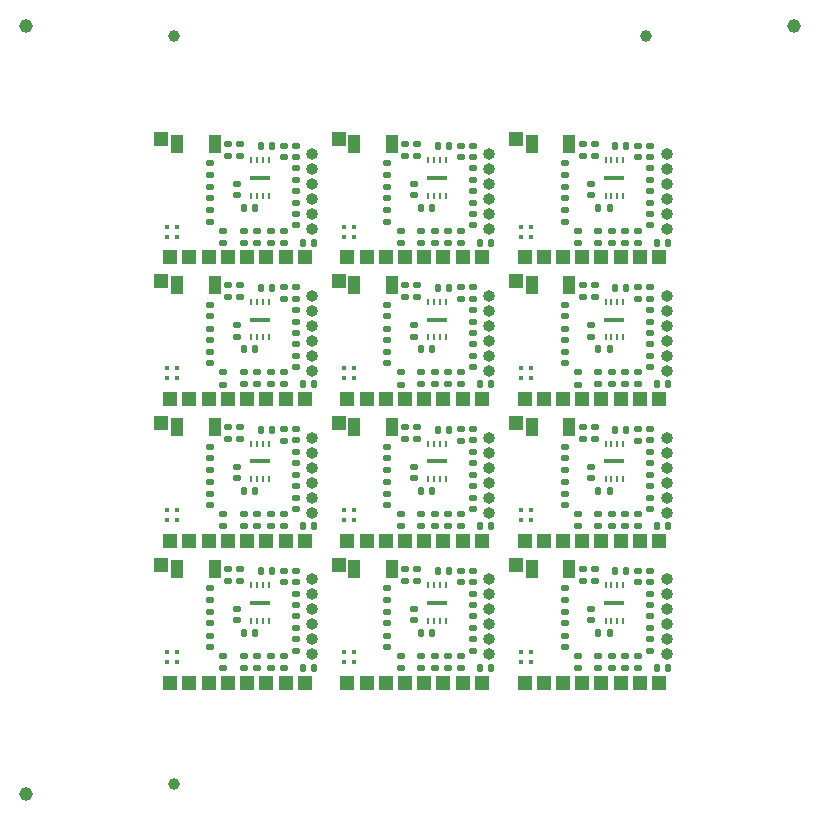
<source format=gbs>
G04 #@! TF.GenerationSoftware,KiCad,Pcbnew,7.0.2-6a45011f42~172~ubuntu22.04.1*
G04 #@! TF.CreationDate,2023-05-28T07:21:03+08:00*
G04 #@! TF.ProjectId,panel_4_3,70616e65-6c5f-4345-9f33-2e6b69636164,rev?*
G04 #@! TF.SameCoordinates,Original*
G04 #@! TF.FileFunction,Soldermask,Bot*
G04 #@! TF.FilePolarity,Negative*
%FSLAX46Y46*%
G04 Gerber Fmt 4.6, Leading zero omitted, Abs format (unit mm)*
G04 Created by KiCad (PCBNEW 7.0.2-6a45011f42~172~ubuntu22.04.1) date 2023-05-28 07:21:03*
%MOMM*%
%LPD*%
G01*
G04 APERTURE LIST*
G04 Aperture macros list*
%AMRoundRect*
0 Rectangle with rounded corners*
0 $1 Rounding radius*
0 $2 $3 $4 $5 $6 $7 $8 $9 X,Y pos of 4 corners*
0 Add a 4 corners polygon primitive as box body*
4,1,4,$2,$3,$4,$5,$6,$7,$8,$9,$2,$3,0*
0 Add four circle primitives for the rounded corners*
1,1,$1+$1,$2,$3*
1,1,$1+$1,$4,$5*
1,1,$1+$1,$6,$7*
1,1,$1+$1,$8,$9*
0 Add four rect primitives between the rounded corners*
20,1,$1+$1,$2,$3,$4,$5,0*
20,1,$1+$1,$4,$5,$6,$7,0*
20,1,$1+$1,$6,$7,$8,$9,0*
20,1,$1+$1,$8,$9,$2,$3,0*%
G04 Aperture macros list end*
%ADD10R,1.200000X1.200000*%
%ADD11O,1.000000X1.000000*%
%ADD12C,1.152000*%
%ADD13RoundRect,0.140000X0.170000X-0.140000X0.170000X0.140000X-0.170000X0.140000X-0.170000X-0.140000X0*%
%ADD14R,0.450000X0.450000*%
%ADD15RoundRect,0.135000X-0.185000X0.135000X-0.185000X-0.135000X0.185000X-0.135000X0.185000X0.135000X0*%
%ADD16RoundRect,0.135000X0.185000X-0.135000X0.185000X0.135000X-0.185000X0.135000X-0.185000X-0.135000X0*%
%ADD17RoundRect,0.140000X-0.140000X-0.170000X0.140000X-0.170000X0.140000X0.170000X-0.140000X0.170000X0*%
%ADD18R,1.000000X1.524000*%
%ADD19RoundRect,0.140000X-0.170000X0.140000X-0.170000X-0.140000X0.170000X-0.140000X0.170000X0.140000X0*%
%ADD20R,0.280000X0.600000*%
%ADD21R,1.700000X0.300000*%
%ADD22RoundRect,0.140000X0.140000X0.170000X-0.140000X0.170000X-0.140000X-0.170000X0.140000X-0.170000X0*%
%ADD23C,1.000000*%
G04 APERTURE END LIST*
D10*
G04 #@! TO.C,J3*
X51187500Y-46100000D03*
G04 #@! TD*
G04 #@! TO.C,J5*
X39442500Y-46100000D03*
G04 #@! TD*
G04 #@! TO.C,J9*
X47932500Y-22100000D03*
G04 #@! TD*
D11*
G04 #@! TO.C,J8*
X41700000Y-55700000D03*
X41700000Y-54430000D03*
X41700000Y-53160000D03*
X41700000Y-51890000D03*
X41700000Y-50620000D03*
X41700000Y-49350000D03*
G04 #@! TD*
D10*
G04 #@! TO.C,J1*
X13930000Y-12110000D03*
G04 #@! TD*
G04 #@! TO.C,J7*
X29677500Y-46100000D03*
G04 #@! TD*
G04 #@! TO.C,J1*
X13930000Y-48110000D03*
G04 #@! TD*
G04 #@! TO.C,J6*
X31310000Y-22100000D03*
G04 #@! TD*
G04 #@! TO.C,J10*
X56070000Y-22100000D03*
G04 #@! TD*
G04 #@! TO.C,J9*
X47932500Y-34100000D03*
G04 #@! TD*
G04 #@! TO.C,J4*
X37815000Y-58100000D03*
G04 #@! TD*
G04 #@! TO.C,J2*
X19560000Y-34100000D03*
G04 #@! TD*
G04 #@! TO.C,J2*
X49560000Y-34100000D03*
G04 #@! TD*
D11*
G04 #@! TO.C,J8*
X26700000Y-31700000D03*
X26700000Y-30430000D03*
X26700000Y-29160000D03*
X26700000Y-27890000D03*
X26700000Y-26620000D03*
X26700000Y-25350000D03*
G04 #@! TD*
D10*
G04 #@! TO.C,J2*
X34560000Y-22100000D03*
G04 #@! TD*
G04 #@! TO.C,J1*
X13930000Y-24110000D03*
G04 #@! TD*
D11*
G04 #@! TO.C,J8*
X41700000Y-43700000D03*
X41700000Y-42430000D03*
X41700000Y-41160000D03*
X41700000Y-39890000D03*
X41700000Y-38620000D03*
X41700000Y-37350000D03*
G04 #@! TD*
G04 #@! TO.C,J8*
X26700000Y-43700000D03*
X26700000Y-42430000D03*
X26700000Y-41160000D03*
X26700000Y-39890000D03*
X26700000Y-38620000D03*
X26700000Y-37350000D03*
G04 #@! TD*
D10*
G04 #@! TO.C,J6*
X46310000Y-46100000D03*
G04 #@! TD*
G04 #@! TO.C,J2*
X34560000Y-58100000D03*
G04 #@! TD*
G04 #@! TO.C,J7*
X29677500Y-34100000D03*
G04 #@! TD*
D11*
G04 #@! TO.C,J8*
X26700000Y-55700000D03*
X26700000Y-54430000D03*
X26700000Y-53160000D03*
X26700000Y-51890000D03*
X26700000Y-50620000D03*
X26700000Y-49350000D03*
G04 #@! TD*
D10*
G04 #@! TO.C,J9*
X17932500Y-58100000D03*
G04 #@! TD*
G04 #@! TO.C,J5*
X39442500Y-58100000D03*
G04 #@! TD*
D11*
G04 #@! TO.C,J8*
X41700000Y-19700000D03*
X41700000Y-18430000D03*
X41700000Y-17160000D03*
X41700000Y-15890000D03*
X41700000Y-14620000D03*
X41700000Y-13350000D03*
G04 #@! TD*
D10*
G04 #@! TO.C,J2*
X49560000Y-22100000D03*
G04 #@! TD*
G04 #@! TO.C,J5*
X54442500Y-34100000D03*
G04 #@! TD*
G04 #@! TO.C,J4*
X37815000Y-34100000D03*
G04 #@! TD*
G04 #@! TO.C,J2*
X34560000Y-46100000D03*
G04 #@! TD*
G04 #@! TO.C,J9*
X17932500Y-22100000D03*
G04 #@! TD*
G04 #@! TO.C,J6*
X16310000Y-34100000D03*
G04 #@! TD*
G04 #@! TO.C,J5*
X39442500Y-34100000D03*
G04 #@! TD*
G04 #@! TO.C,J1*
X43930000Y-36110000D03*
G04 #@! TD*
G04 #@! TO.C,J9*
X32932500Y-22100000D03*
G04 #@! TD*
G04 #@! TO.C,J4*
X37815000Y-22100000D03*
G04 #@! TD*
G04 #@! TO.C,J9*
X17932500Y-34100000D03*
G04 #@! TD*
G04 #@! TO.C,J10*
X26070000Y-22100000D03*
G04 #@! TD*
G04 #@! TO.C,J3*
X36187500Y-34100000D03*
G04 #@! TD*
D12*
G04 #@! TO.C,REF\u002A\u002A*
X2500000Y-2500000D03*
G04 #@! TD*
D10*
G04 #@! TO.C,J7*
X14677500Y-34100000D03*
G04 #@! TD*
G04 #@! TO.C,J2*
X19560000Y-58100000D03*
G04 #@! TD*
G04 #@! TO.C,J9*
X47932500Y-58100000D03*
G04 #@! TD*
D11*
G04 #@! TO.C,J8*
X56700000Y-43700000D03*
X56700000Y-42430000D03*
X56700000Y-41160000D03*
X56700000Y-39890000D03*
X56700000Y-38620000D03*
X56700000Y-37350000D03*
G04 #@! TD*
D10*
G04 #@! TO.C,J4*
X52815000Y-34100000D03*
G04 #@! TD*
G04 #@! TO.C,J2*
X49560000Y-46100000D03*
G04 #@! TD*
G04 #@! TO.C,J9*
X32932500Y-58100000D03*
G04 #@! TD*
G04 #@! TO.C,J7*
X44677500Y-58100000D03*
G04 #@! TD*
G04 #@! TO.C,J7*
X14677500Y-22100000D03*
G04 #@! TD*
G04 #@! TO.C,J4*
X22815000Y-22100000D03*
G04 #@! TD*
G04 #@! TO.C,J6*
X16310000Y-58100000D03*
G04 #@! TD*
G04 #@! TO.C,J2*
X19560000Y-22100000D03*
G04 #@! TD*
G04 #@! TO.C,J10*
X56070000Y-46100000D03*
G04 #@! TD*
G04 #@! TO.C,J2*
X34560000Y-34100000D03*
G04 #@! TD*
G04 #@! TO.C,J1*
X43930000Y-24110000D03*
G04 #@! TD*
G04 #@! TO.C,J10*
X26070000Y-58100000D03*
G04 #@! TD*
G04 #@! TO.C,J5*
X24442500Y-22100000D03*
G04 #@! TD*
G04 #@! TO.C,J4*
X52815000Y-46100000D03*
G04 #@! TD*
G04 #@! TO.C,J6*
X31310000Y-34100000D03*
G04 #@! TD*
D11*
G04 #@! TO.C,J8*
X56700000Y-19700000D03*
X56700000Y-18430000D03*
X56700000Y-17160000D03*
X56700000Y-15890000D03*
X56700000Y-14620000D03*
X56700000Y-13350000D03*
G04 #@! TD*
D10*
G04 #@! TO.C,J6*
X31310000Y-58100000D03*
G04 #@! TD*
G04 #@! TO.C,J4*
X22815000Y-58100000D03*
G04 #@! TD*
G04 #@! TO.C,J5*
X54442500Y-22100000D03*
G04 #@! TD*
G04 #@! TO.C,J5*
X54442500Y-58100000D03*
G04 #@! TD*
G04 #@! TO.C,J7*
X14677500Y-58100000D03*
G04 #@! TD*
G04 #@! TO.C,J3*
X21187500Y-58100000D03*
G04 #@! TD*
G04 #@! TO.C,J5*
X24442500Y-58100000D03*
G04 #@! TD*
D12*
G04 #@! TO.C,REF\u002A\u002A*
X67500000Y-2500000D03*
G04 #@! TD*
D10*
G04 #@! TO.C,J2*
X19560000Y-46100000D03*
G04 #@! TD*
G04 #@! TO.C,J5*
X24442500Y-34100000D03*
G04 #@! TD*
D11*
G04 #@! TO.C,J8*
X56700000Y-31700000D03*
X56700000Y-30430000D03*
X56700000Y-29160000D03*
X56700000Y-27890000D03*
X56700000Y-26620000D03*
X56700000Y-25350000D03*
G04 #@! TD*
D10*
G04 #@! TO.C,J4*
X22815000Y-34100000D03*
G04 #@! TD*
G04 #@! TO.C,J3*
X36187500Y-46100000D03*
G04 #@! TD*
G04 #@! TO.C,J7*
X44677500Y-46100000D03*
G04 #@! TD*
G04 #@! TO.C,J9*
X32932500Y-34100000D03*
G04 #@! TD*
G04 #@! TO.C,J6*
X31310000Y-46100000D03*
G04 #@! TD*
D11*
G04 #@! TO.C,J8*
X26700000Y-19700000D03*
X26700000Y-18430000D03*
X26700000Y-17160000D03*
X26700000Y-15890000D03*
X26700000Y-14620000D03*
X26700000Y-13350000D03*
G04 #@! TD*
D10*
G04 #@! TO.C,J1*
X13930000Y-36110000D03*
G04 #@! TD*
G04 #@! TO.C,J7*
X14677500Y-46100000D03*
G04 #@! TD*
G04 #@! TO.C,J10*
X56070000Y-34100000D03*
G04 #@! TD*
G04 #@! TO.C,J10*
X41070000Y-46100000D03*
G04 #@! TD*
G04 #@! TO.C,J7*
X29677500Y-22100000D03*
G04 #@! TD*
G04 #@! TO.C,J1*
X43930000Y-12110000D03*
G04 #@! TD*
G04 #@! TO.C,J9*
X32932500Y-46100000D03*
G04 #@! TD*
G04 #@! TO.C,J1*
X28930000Y-36110000D03*
G04 #@! TD*
G04 #@! TO.C,J3*
X36187500Y-58100000D03*
G04 #@! TD*
G04 #@! TO.C,J3*
X36187500Y-22100000D03*
G04 #@! TD*
G04 #@! TO.C,J10*
X41070000Y-58100000D03*
G04 #@! TD*
G04 #@! TO.C,J3*
X51187500Y-58100000D03*
G04 #@! TD*
G04 #@! TO.C,J1*
X28930000Y-12110000D03*
G04 #@! TD*
G04 #@! TO.C,J10*
X56070000Y-58100000D03*
G04 #@! TD*
G04 #@! TO.C,J7*
X29677500Y-58100000D03*
G04 #@! TD*
G04 #@! TO.C,J10*
X26070000Y-34100000D03*
G04 #@! TD*
G04 #@! TO.C,J3*
X21187500Y-22100000D03*
G04 #@! TD*
G04 #@! TO.C,J5*
X39442500Y-22100000D03*
G04 #@! TD*
G04 #@! TO.C,J1*
X43930000Y-48110000D03*
G04 #@! TD*
G04 #@! TO.C,J6*
X16310000Y-46100000D03*
G04 #@! TD*
G04 #@! TO.C,J5*
X24442500Y-46100000D03*
G04 #@! TD*
G04 #@! TO.C,J3*
X21187500Y-46100000D03*
G04 #@! TD*
G04 #@! TO.C,J4*
X37815000Y-46100000D03*
G04 #@! TD*
G04 #@! TO.C,J3*
X51187500Y-34100000D03*
G04 #@! TD*
G04 #@! TO.C,J10*
X26070000Y-46100000D03*
G04 #@! TD*
G04 #@! TO.C,J9*
X47932500Y-46100000D03*
G04 #@! TD*
G04 #@! TO.C,J6*
X46310000Y-22100000D03*
G04 #@! TD*
G04 #@! TO.C,J7*
X44677500Y-34100000D03*
G04 #@! TD*
D11*
G04 #@! TO.C,J8*
X56700000Y-55700000D03*
X56700000Y-54430000D03*
X56700000Y-53160000D03*
X56700000Y-51890000D03*
X56700000Y-50620000D03*
X56700000Y-49350000D03*
G04 #@! TD*
D10*
G04 #@! TO.C,J3*
X51187500Y-22100000D03*
G04 #@! TD*
G04 #@! TO.C,J7*
X44677500Y-22100000D03*
G04 #@! TD*
G04 #@! TO.C,J10*
X41070000Y-22100000D03*
G04 #@! TD*
G04 #@! TO.C,J4*
X22815000Y-46100000D03*
G04 #@! TD*
G04 #@! TO.C,J4*
X52815000Y-58100000D03*
G04 #@! TD*
G04 #@! TO.C,J2*
X49560000Y-58100000D03*
G04 #@! TD*
G04 #@! TO.C,J6*
X46310000Y-58100000D03*
G04 #@! TD*
G04 #@! TO.C,J3*
X21187500Y-34100000D03*
G04 #@! TD*
G04 #@! TO.C,J9*
X17932500Y-46100000D03*
G04 #@! TD*
G04 #@! TO.C,J6*
X16310000Y-22100000D03*
G04 #@! TD*
G04 #@! TO.C,J1*
X28930000Y-48110000D03*
G04 #@! TD*
G04 #@! TO.C,J1*
X28930000Y-24110000D03*
G04 #@! TD*
G04 #@! TO.C,J6*
X46310000Y-34100000D03*
G04 #@! TD*
D11*
G04 #@! TO.C,J8*
X41700000Y-31700000D03*
X41700000Y-30430000D03*
X41700000Y-29160000D03*
X41700000Y-27890000D03*
X41700000Y-26620000D03*
X41700000Y-25350000D03*
G04 #@! TD*
D10*
G04 #@! TO.C,J4*
X52815000Y-22100000D03*
G04 #@! TD*
G04 #@! TO.C,J5*
X54442500Y-46100000D03*
G04 #@! TD*
G04 #@! TO.C,J10*
X41070000Y-34100000D03*
G04 #@! TD*
D12*
G04 #@! TO.C,REF\u002A\u002A*
X2500000Y-67500000D03*
G04 #@! TD*
D13*
G04 #@! TO.C,C5*
X55340000Y-29460000D03*
X55340000Y-28500000D03*
G04 #@! TD*
G04 #@! TO.C,C7*
X48070000Y-41085000D03*
X48070000Y-40125000D03*
G04 #@! TD*
D14*
G04 #@! TO.C,U5*
X29405000Y-55495000D03*
X29405000Y-56345000D03*
X30255000Y-55495000D03*
X30255000Y-56345000D03*
G04 #@! TD*
D15*
G04 #@! TO.C,R6*
X20615000Y-36455000D03*
X20615000Y-37475000D03*
G04 #@! TD*
D13*
G04 #@! TO.C,C7*
X33070000Y-17085000D03*
X33070000Y-16125000D03*
G04 #@! TD*
G04 #@! TO.C,C8*
X55340000Y-31395000D03*
X55340000Y-30435000D03*
G04 #@! TD*
D16*
G04 #@! TO.C,R2*
X49180000Y-20860000D03*
X49180000Y-19840000D03*
G04 #@! TD*
G04 #@! TO.C,R2*
X49180000Y-56860000D03*
X49180000Y-55840000D03*
G04 #@! TD*
D17*
G04 #@! TO.C,C12*
X22330000Y-24680000D03*
X23290000Y-24680000D03*
G04 #@! TD*
D15*
G04 #@! TO.C,R11*
X54310000Y-31830000D03*
X54310000Y-32850000D03*
G04 #@! TD*
D13*
G04 #@! TO.C,C7*
X33070000Y-29085000D03*
X33070000Y-28125000D03*
G04 #@! TD*
D18*
G04 #@! TO.C,SW1*
X18470000Y-48455000D03*
X15270000Y-48455000D03*
G04 #@! TD*
D15*
G04 #@! TO.C,R9*
X52070000Y-55830000D03*
X52070000Y-56850000D03*
G04 #@! TD*
G04 #@! TO.C,R11*
X39310000Y-55830000D03*
X39310000Y-56850000D03*
G04 #@! TD*
D13*
G04 #@! TO.C,C10*
X40340000Y-39525000D03*
X40340000Y-38565000D03*
G04 #@! TD*
G04 #@! TO.C,C5*
X40340000Y-17460000D03*
X40340000Y-16500000D03*
G04 #@! TD*
D15*
G04 #@! TO.C,R11*
X24310000Y-43830000D03*
X24310000Y-44850000D03*
G04 #@! TD*
G04 #@! TO.C,R11*
X39310000Y-31830000D03*
X39310000Y-32850000D03*
G04 #@! TD*
G04 #@! TO.C,R5*
X49590000Y-36455000D03*
X49590000Y-37475000D03*
G04 #@! TD*
D19*
G04 #@! TO.C,C4*
X33070000Y-42120000D03*
X33070000Y-43080000D03*
G04 #@! TD*
D20*
G04 #@! TO.C,U2*
X51540000Y-25861000D03*
X52040000Y-25861000D03*
X52540000Y-25861000D03*
X53040000Y-25861000D03*
X53040000Y-28875000D03*
X52540000Y-28875000D03*
X52040000Y-28875000D03*
X51540000Y-28875000D03*
D21*
X52290000Y-27368000D03*
G04 #@! TD*
D20*
G04 #@! TO.C,U2*
X36540000Y-37861000D03*
X37040000Y-37861000D03*
X37540000Y-37861000D03*
X38040000Y-37861000D03*
X38040000Y-40875000D03*
X37540000Y-40875000D03*
X37040000Y-40875000D03*
X36540000Y-40875000D03*
D21*
X37290000Y-39368000D03*
G04 #@! TD*
D13*
G04 #@! TO.C,C10*
X25340000Y-27525000D03*
X25340000Y-26565000D03*
G04 #@! TD*
D19*
G04 #@! TO.C,C4*
X33070000Y-30120000D03*
X33070000Y-31080000D03*
G04 #@! TD*
D13*
G04 #@! TO.C,C14*
X20340000Y-40810000D03*
X20340000Y-39850000D03*
G04 #@! TD*
D19*
G04 #@! TO.C,C11*
X55340000Y-24630000D03*
X55340000Y-25590000D03*
G04 #@! TD*
G04 #@! TO.C,C9*
X54310000Y-12640000D03*
X54310000Y-13600000D03*
G04 #@! TD*
D15*
G04 #@! TO.C,R8*
X50940000Y-43830000D03*
X50940000Y-44850000D03*
G04 #@! TD*
D22*
G04 #@! TO.C,C2*
X36880000Y-41880000D03*
X35920000Y-41880000D03*
G04 #@! TD*
D18*
G04 #@! TO.C,SW1*
X18470000Y-24455000D03*
X15270000Y-24455000D03*
G04 #@! TD*
D13*
G04 #@! TO.C,C5*
X55340000Y-41460000D03*
X55340000Y-40500000D03*
G04 #@! TD*
D15*
G04 #@! TO.C,R9*
X37070000Y-31830000D03*
X37070000Y-32850000D03*
G04 #@! TD*
D13*
G04 #@! TO.C,C14*
X50340000Y-16810000D03*
X50340000Y-15850000D03*
G04 #@! TD*
G04 #@! TO.C,C7*
X18070000Y-17085000D03*
X18070000Y-16125000D03*
G04 #@! TD*
D17*
G04 #@! TO.C,C12*
X52330000Y-36680000D03*
X53290000Y-36680000D03*
G04 #@! TD*
D13*
G04 #@! TO.C,C10*
X40340000Y-15525000D03*
X40340000Y-14565000D03*
G04 #@! TD*
G04 #@! TO.C,C8*
X55340000Y-55395000D03*
X55340000Y-54435000D03*
G04 #@! TD*
D14*
G04 #@! TO.C,U5*
X44405000Y-55495000D03*
X44405000Y-56345000D03*
X45255000Y-55495000D03*
X45255000Y-56345000D03*
G04 #@! TD*
D15*
G04 #@! TO.C,R5*
X49590000Y-24455000D03*
X49590000Y-25475000D03*
G04 #@! TD*
D22*
G04 #@! TO.C,C2*
X21880000Y-53880000D03*
X20920000Y-53880000D03*
G04 #@! TD*
G04 #@! TO.C,C2*
X21880000Y-29880000D03*
X20920000Y-29880000D03*
G04 #@! TD*
D13*
G04 #@! TO.C,C7*
X48070000Y-29085000D03*
X48070000Y-28125000D03*
G04 #@! TD*
D15*
G04 #@! TO.C,R11*
X24310000Y-55830000D03*
X24310000Y-56850000D03*
G04 #@! TD*
D13*
G04 #@! TO.C,C8*
X55340000Y-43395000D03*
X55340000Y-42435000D03*
G04 #@! TD*
D18*
G04 #@! TO.C,SW1*
X48470000Y-24455000D03*
X45270000Y-24455000D03*
G04 #@! TD*
G04 #@! TO.C,SW1*
X18470000Y-36455000D03*
X15270000Y-36455000D03*
G04 #@! TD*
D15*
G04 #@! TO.C,R10*
X53180000Y-55830000D03*
X53180000Y-56850000D03*
G04 #@! TD*
D13*
G04 #@! TO.C,C8*
X25340000Y-55395000D03*
X25340000Y-54435000D03*
G04 #@! TD*
D19*
G04 #@! TO.C,C13*
X48070000Y-26130000D03*
X48070000Y-27090000D03*
G04 #@! TD*
D15*
G04 #@! TO.C,R9*
X37070000Y-43830000D03*
X37070000Y-44850000D03*
G04 #@! TD*
D13*
G04 #@! TO.C,C5*
X40340000Y-41460000D03*
X40340000Y-40500000D03*
G04 #@! TD*
D14*
G04 #@! TO.C,U5*
X44405000Y-31495000D03*
X44405000Y-32345000D03*
X45255000Y-31495000D03*
X45255000Y-32345000D03*
G04 #@! TD*
D22*
G04 #@! TO.C,C6*
X56860000Y-56850000D03*
X55900000Y-56850000D03*
G04 #@! TD*
D15*
G04 #@! TO.C,R6*
X20615000Y-12455000D03*
X20615000Y-13475000D03*
G04 #@! TD*
G04 #@! TO.C,R9*
X37070000Y-55830000D03*
X37070000Y-56850000D03*
G04 #@! TD*
D13*
G04 #@! TO.C,C10*
X55340000Y-27525000D03*
X55340000Y-26565000D03*
G04 #@! TD*
D20*
G04 #@! TO.C,U2*
X21540000Y-37861000D03*
X22040000Y-37861000D03*
X22540000Y-37861000D03*
X23040000Y-37861000D03*
X23040000Y-40875000D03*
X22540000Y-40875000D03*
X22040000Y-40875000D03*
X21540000Y-40875000D03*
D21*
X22290000Y-39368000D03*
G04 #@! TD*
D18*
G04 #@! TO.C,SW1*
X33470000Y-12455000D03*
X30270000Y-12455000D03*
G04 #@! TD*
D17*
G04 #@! TO.C,C12*
X22330000Y-48680000D03*
X23290000Y-48680000D03*
G04 #@! TD*
D13*
G04 #@! TO.C,C14*
X20340000Y-52810000D03*
X20340000Y-51850000D03*
G04 #@! TD*
D15*
G04 #@! TO.C,R6*
X35615000Y-12455000D03*
X35615000Y-13475000D03*
G04 #@! TD*
D13*
G04 #@! TO.C,C14*
X20340000Y-28810000D03*
X20340000Y-27850000D03*
G04 #@! TD*
D17*
G04 #@! TO.C,C12*
X37330000Y-36680000D03*
X38290000Y-36680000D03*
G04 #@! TD*
D15*
G04 #@! TO.C,R10*
X53180000Y-19830000D03*
X53180000Y-20850000D03*
G04 #@! TD*
G04 #@! TO.C,R8*
X50940000Y-19830000D03*
X50940000Y-20850000D03*
G04 #@! TD*
D16*
G04 #@! TO.C,R2*
X19180000Y-20860000D03*
X19180000Y-19840000D03*
G04 #@! TD*
D13*
G04 #@! TO.C,C8*
X55340000Y-19395000D03*
X55340000Y-18435000D03*
G04 #@! TD*
D15*
G04 #@! TO.C,R10*
X38180000Y-31830000D03*
X38180000Y-32850000D03*
G04 #@! TD*
G04 #@! TO.C,R6*
X50615000Y-12455000D03*
X50615000Y-13475000D03*
G04 #@! TD*
D13*
G04 #@! TO.C,C7*
X48070000Y-53085000D03*
X48070000Y-52125000D03*
G04 #@! TD*
G04 #@! TO.C,C5*
X25340000Y-17460000D03*
X25340000Y-16500000D03*
G04 #@! TD*
D19*
G04 #@! TO.C,C13*
X18070000Y-14130000D03*
X18070000Y-15090000D03*
G04 #@! TD*
G04 #@! TO.C,C9*
X24310000Y-48640000D03*
X24310000Y-49600000D03*
G04 #@! TD*
D20*
G04 #@! TO.C,U2*
X36540000Y-25861000D03*
X37040000Y-25861000D03*
X37540000Y-25861000D03*
X38040000Y-25861000D03*
X38040000Y-28875000D03*
X37540000Y-28875000D03*
X37040000Y-28875000D03*
X36540000Y-28875000D03*
D21*
X37290000Y-27368000D03*
G04 #@! TD*
D15*
G04 #@! TO.C,R10*
X38180000Y-19830000D03*
X38180000Y-20850000D03*
G04 #@! TD*
D17*
G04 #@! TO.C,C12*
X52330000Y-24680000D03*
X53290000Y-24680000D03*
G04 #@! TD*
D14*
G04 #@! TO.C,U5*
X14405000Y-55495000D03*
X14405000Y-56345000D03*
X15255000Y-55495000D03*
X15255000Y-56345000D03*
G04 #@! TD*
D13*
G04 #@! TO.C,C5*
X55340000Y-17460000D03*
X55340000Y-16500000D03*
G04 #@! TD*
D15*
G04 #@! TO.C,R5*
X19590000Y-48455000D03*
X19590000Y-49475000D03*
G04 #@! TD*
D20*
G04 #@! TO.C,U2*
X21540000Y-25861000D03*
X22040000Y-25861000D03*
X22540000Y-25861000D03*
X23040000Y-25861000D03*
X23040000Y-28875000D03*
X22540000Y-28875000D03*
X22040000Y-28875000D03*
X21540000Y-28875000D03*
D21*
X22290000Y-27368000D03*
G04 #@! TD*
D16*
G04 #@! TO.C,R2*
X34180000Y-32860000D03*
X34180000Y-31840000D03*
G04 #@! TD*
D22*
G04 #@! TO.C,C2*
X51880000Y-41880000D03*
X50920000Y-41880000D03*
G04 #@! TD*
D15*
G04 #@! TO.C,R5*
X49590000Y-48455000D03*
X49590000Y-49475000D03*
G04 #@! TD*
D13*
G04 #@! TO.C,C7*
X33070000Y-53085000D03*
X33070000Y-52125000D03*
G04 #@! TD*
D20*
G04 #@! TO.C,U2*
X21540000Y-49861000D03*
X22040000Y-49861000D03*
X22540000Y-49861000D03*
X23040000Y-49861000D03*
X23040000Y-52875000D03*
X22540000Y-52875000D03*
X22040000Y-52875000D03*
X21540000Y-52875000D03*
D21*
X22290000Y-51368000D03*
G04 #@! TD*
D15*
G04 #@! TO.C,R5*
X19590000Y-24455000D03*
X19590000Y-25475000D03*
G04 #@! TD*
G04 #@! TO.C,R6*
X50615000Y-36455000D03*
X50615000Y-37475000D03*
G04 #@! TD*
D13*
G04 #@! TO.C,C5*
X55340000Y-53460000D03*
X55340000Y-52500000D03*
G04 #@! TD*
D19*
G04 #@! TO.C,C4*
X18070000Y-30120000D03*
X18070000Y-31080000D03*
G04 #@! TD*
D13*
G04 #@! TO.C,C14*
X35340000Y-28810000D03*
X35340000Y-27850000D03*
G04 #@! TD*
D19*
G04 #@! TO.C,C4*
X18070000Y-18120000D03*
X18070000Y-19080000D03*
G04 #@! TD*
G04 #@! TO.C,C9*
X24310000Y-36640000D03*
X24310000Y-37600000D03*
G04 #@! TD*
G04 #@! TO.C,C4*
X33070000Y-18120000D03*
X33070000Y-19080000D03*
G04 #@! TD*
D16*
G04 #@! TO.C,R2*
X34180000Y-20860000D03*
X34180000Y-19840000D03*
G04 #@! TD*
D22*
G04 #@! TO.C,C6*
X56860000Y-20850000D03*
X55900000Y-20850000D03*
G04 #@! TD*
D19*
G04 #@! TO.C,C11*
X55340000Y-48630000D03*
X55340000Y-49590000D03*
G04 #@! TD*
D13*
G04 #@! TO.C,C14*
X20340000Y-16810000D03*
X20340000Y-15850000D03*
G04 #@! TD*
D23*
G04 #@! TO.C,REF\u002A\u002A*
X55000000Y-3350000D03*
G04 #@! TD*
D13*
G04 #@! TO.C,C10*
X55340000Y-15525000D03*
X55340000Y-14565000D03*
G04 #@! TD*
D15*
G04 #@! TO.C,R10*
X23180000Y-43830000D03*
X23180000Y-44850000D03*
G04 #@! TD*
D19*
G04 #@! TO.C,C9*
X39310000Y-12640000D03*
X39310000Y-13600000D03*
G04 #@! TD*
D22*
G04 #@! TO.C,C6*
X26860000Y-20850000D03*
X25900000Y-20850000D03*
G04 #@! TD*
D14*
G04 #@! TO.C,U5*
X29405000Y-31495000D03*
X29405000Y-32345000D03*
X30255000Y-31495000D03*
X30255000Y-32345000D03*
G04 #@! TD*
D15*
G04 #@! TO.C,R8*
X20940000Y-19830000D03*
X20940000Y-20850000D03*
G04 #@! TD*
D13*
G04 #@! TO.C,C14*
X35340000Y-40810000D03*
X35340000Y-39850000D03*
G04 #@! TD*
D20*
G04 #@! TO.C,U2*
X36540000Y-49861000D03*
X37040000Y-49861000D03*
X37540000Y-49861000D03*
X38040000Y-49861000D03*
X38040000Y-52875000D03*
X37540000Y-52875000D03*
X37040000Y-52875000D03*
X36540000Y-52875000D03*
D21*
X37290000Y-51368000D03*
G04 #@! TD*
D16*
G04 #@! TO.C,R2*
X34180000Y-56860000D03*
X34180000Y-55840000D03*
G04 #@! TD*
D18*
G04 #@! TO.C,SW1*
X48470000Y-12455000D03*
X45270000Y-12455000D03*
G04 #@! TD*
G04 #@! TO.C,SW1*
X48470000Y-48455000D03*
X45270000Y-48455000D03*
G04 #@! TD*
D20*
G04 #@! TO.C,U2*
X36540000Y-13861000D03*
X37040000Y-13861000D03*
X37540000Y-13861000D03*
X38040000Y-13861000D03*
X38040000Y-16875000D03*
X37540000Y-16875000D03*
X37040000Y-16875000D03*
X36540000Y-16875000D03*
D21*
X37290000Y-15368000D03*
G04 #@! TD*
D13*
G04 #@! TO.C,C5*
X40340000Y-53460000D03*
X40340000Y-52500000D03*
G04 #@! TD*
D15*
G04 #@! TO.C,R9*
X52070000Y-43830000D03*
X52070000Y-44850000D03*
G04 #@! TD*
D18*
G04 #@! TO.C,SW1*
X33470000Y-24455000D03*
X30270000Y-24455000D03*
G04 #@! TD*
D19*
G04 #@! TO.C,C13*
X18070000Y-26130000D03*
X18070000Y-27090000D03*
G04 #@! TD*
D13*
G04 #@! TO.C,C5*
X40340000Y-29460000D03*
X40340000Y-28500000D03*
G04 #@! TD*
D16*
G04 #@! TO.C,R2*
X49180000Y-32860000D03*
X49180000Y-31840000D03*
G04 #@! TD*
D15*
G04 #@! TO.C,R11*
X24310000Y-19830000D03*
X24310000Y-20850000D03*
G04 #@! TD*
G04 #@! TO.C,R8*
X35940000Y-31830000D03*
X35940000Y-32850000D03*
G04 #@! TD*
G04 #@! TO.C,R6*
X20615000Y-48455000D03*
X20615000Y-49475000D03*
G04 #@! TD*
G04 #@! TO.C,R10*
X23180000Y-19830000D03*
X23180000Y-20850000D03*
G04 #@! TD*
D17*
G04 #@! TO.C,C12*
X37330000Y-12680000D03*
X38290000Y-12680000D03*
G04 #@! TD*
D15*
G04 #@! TO.C,R9*
X52070000Y-19830000D03*
X52070000Y-20850000D03*
G04 #@! TD*
G04 #@! TO.C,R5*
X34590000Y-12455000D03*
X34590000Y-13475000D03*
G04 #@! TD*
D19*
G04 #@! TO.C,C4*
X48070000Y-18120000D03*
X48070000Y-19080000D03*
G04 #@! TD*
D14*
G04 #@! TO.C,U5*
X14405000Y-31495000D03*
X14405000Y-32345000D03*
X15255000Y-31495000D03*
X15255000Y-32345000D03*
G04 #@! TD*
D22*
G04 #@! TO.C,C6*
X41860000Y-56850000D03*
X40900000Y-56850000D03*
G04 #@! TD*
D19*
G04 #@! TO.C,C4*
X48070000Y-54120000D03*
X48070000Y-55080000D03*
G04 #@! TD*
D15*
G04 #@! TO.C,R11*
X39310000Y-43830000D03*
X39310000Y-44850000D03*
G04 #@! TD*
G04 #@! TO.C,R9*
X52070000Y-31830000D03*
X52070000Y-32850000D03*
G04 #@! TD*
D13*
G04 #@! TO.C,C10*
X55340000Y-39525000D03*
X55340000Y-38565000D03*
G04 #@! TD*
G04 #@! TO.C,C14*
X50340000Y-52810000D03*
X50340000Y-51850000D03*
G04 #@! TD*
D15*
G04 #@! TO.C,R6*
X35615000Y-48455000D03*
X35615000Y-49475000D03*
G04 #@! TD*
D19*
G04 #@! TO.C,C4*
X48070000Y-30120000D03*
X48070000Y-31080000D03*
G04 #@! TD*
D16*
G04 #@! TO.C,R2*
X49180000Y-44860000D03*
X49180000Y-43840000D03*
G04 #@! TD*
D15*
G04 #@! TO.C,R11*
X54310000Y-19830000D03*
X54310000Y-20850000D03*
G04 #@! TD*
D22*
G04 #@! TO.C,C6*
X41860000Y-44850000D03*
X40900000Y-44850000D03*
G04 #@! TD*
D15*
G04 #@! TO.C,R5*
X49590000Y-12455000D03*
X49590000Y-13475000D03*
G04 #@! TD*
D19*
G04 #@! TO.C,C13*
X48070000Y-14130000D03*
X48070000Y-15090000D03*
G04 #@! TD*
G04 #@! TO.C,C9*
X54310000Y-24640000D03*
X54310000Y-25600000D03*
G04 #@! TD*
D15*
G04 #@! TO.C,R10*
X23180000Y-31830000D03*
X23180000Y-32850000D03*
G04 #@! TD*
D13*
G04 #@! TO.C,C7*
X18070000Y-29085000D03*
X18070000Y-28125000D03*
G04 #@! TD*
D15*
G04 #@! TO.C,R9*
X37070000Y-19830000D03*
X37070000Y-20850000D03*
G04 #@! TD*
G04 #@! TO.C,R8*
X50940000Y-55830000D03*
X50940000Y-56850000D03*
G04 #@! TD*
D19*
G04 #@! TO.C,C11*
X25340000Y-12630000D03*
X25340000Y-13590000D03*
G04 #@! TD*
D15*
G04 #@! TO.C,R11*
X54310000Y-55830000D03*
X54310000Y-56850000D03*
G04 #@! TD*
D16*
G04 #@! TO.C,R2*
X19180000Y-44860000D03*
X19180000Y-43840000D03*
G04 #@! TD*
G04 #@! TO.C,R2*
X19180000Y-32860000D03*
X19180000Y-31840000D03*
G04 #@! TD*
D14*
G04 #@! TO.C,U5*
X44405000Y-43495000D03*
X44405000Y-44345000D03*
X45255000Y-43495000D03*
X45255000Y-44345000D03*
G04 #@! TD*
G04 #@! TO.C,U5*
X44405000Y-19495000D03*
X44405000Y-20345000D03*
X45255000Y-19495000D03*
X45255000Y-20345000D03*
G04 #@! TD*
D22*
G04 #@! TO.C,C6*
X41860000Y-32850000D03*
X40900000Y-32850000D03*
G04 #@! TD*
D19*
G04 #@! TO.C,C9*
X39310000Y-36640000D03*
X39310000Y-37600000D03*
G04 #@! TD*
D13*
G04 #@! TO.C,C5*
X25340000Y-29460000D03*
X25340000Y-28500000D03*
G04 #@! TD*
D19*
G04 #@! TO.C,C9*
X39310000Y-48640000D03*
X39310000Y-49600000D03*
G04 #@! TD*
D22*
G04 #@! TO.C,C2*
X36880000Y-29880000D03*
X35920000Y-29880000D03*
G04 #@! TD*
D17*
G04 #@! TO.C,C12*
X52330000Y-12680000D03*
X53290000Y-12680000D03*
G04 #@! TD*
D19*
G04 #@! TO.C,C13*
X48070000Y-38130000D03*
X48070000Y-39090000D03*
G04 #@! TD*
D18*
G04 #@! TO.C,SW1*
X48470000Y-36455000D03*
X45270000Y-36455000D03*
G04 #@! TD*
D13*
G04 #@! TO.C,C10*
X25340000Y-51525000D03*
X25340000Y-50565000D03*
G04 #@! TD*
D19*
G04 #@! TO.C,C13*
X33070000Y-50130000D03*
X33070000Y-51090000D03*
G04 #@! TD*
D15*
G04 #@! TO.C,R10*
X53180000Y-31830000D03*
X53180000Y-32850000D03*
G04 #@! TD*
D22*
G04 #@! TO.C,C6*
X56860000Y-32850000D03*
X55900000Y-32850000D03*
G04 #@! TD*
D15*
G04 #@! TO.C,R10*
X53180000Y-43830000D03*
X53180000Y-44850000D03*
G04 #@! TD*
D23*
G04 #@! TO.C,REF\u002A\u002A*
X15000000Y-66650000D03*
G04 #@! TD*
D13*
G04 #@! TO.C,C14*
X50340000Y-28810000D03*
X50340000Y-27850000D03*
G04 #@! TD*
D15*
G04 #@! TO.C,R9*
X22070000Y-55830000D03*
X22070000Y-56850000D03*
G04 #@! TD*
D13*
G04 #@! TO.C,C7*
X33070000Y-41085000D03*
X33070000Y-40125000D03*
G04 #@! TD*
D20*
G04 #@! TO.C,U2*
X51540000Y-37861000D03*
X52040000Y-37861000D03*
X52540000Y-37861000D03*
X53040000Y-37861000D03*
X53040000Y-40875000D03*
X52540000Y-40875000D03*
X52040000Y-40875000D03*
X51540000Y-40875000D03*
D21*
X52290000Y-39368000D03*
G04 #@! TD*
D20*
G04 #@! TO.C,U2*
X51540000Y-49861000D03*
X52040000Y-49861000D03*
X52540000Y-49861000D03*
X53040000Y-49861000D03*
X53040000Y-52875000D03*
X52540000Y-52875000D03*
X52040000Y-52875000D03*
X51540000Y-52875000D03*
D21*
X52290000Y-51368000D03*
G04 #@! TD*
D22*
G04 #@! TO.C,C2*
X51880000Y-17880000D03*
X50920000Y-17880000D03*
G04 #@! TD*
D15*
G04 #@! TO.C,R11*
X39310000Y-19830000D03*
X39310000Y-20850000D03*
G04 #@! TD*
D19*
G04 #@! TO.C,C13*
X18070000Y-38130000D03*
X18070000Y-39090000D03*
G04 #@! TD*
G04 #@! TO.C,C13*
X33070000Y-26130000D03*
X33070000Y-27090000D03*
G04 #@! TD*
D15*
G04 #@! TO.C,R6*
X50615000Y-24455000D03*
X50615000Y-25475000D03*
G04 #@! TD*
D19*
G04 #@! TO.C,C13*
X33070000Y-38130000D03*
X33070000Y-39090000D03*
G04 #@! TD*
G04 #@! TO.C,C4*
X48070000Y-42120000D03*
X48070000Y-43080000D03*
G04 #@! TD*
G04 #@! TO.C,C13*
X33070000Y-14130000D03*
X33070000Y-15090000D03*
G04 #@! TD*
D22*
G04 #@! TO.C,C2*
X21880000Y-41880000D03*
X20920000Y-41880000D03*
G04 #@! TD*
D15*
G04 #@! TO.C,R8*
X35940000Y-19830000D03*
X35940000Y-20850000D03*
G04 #@! TD*
D19*
G04 #@! TO.C,C11*
X55340000Y-12630000D03*
X55340000Y-13590000D03*
G04 #@! TD*
D17*
G04 #@! TO.C,C12*
X22330000Y-36680000D03*
X23290000Y-36680000D03*
G04 #@! TD*
D19*
G04 #@! TO.C,C11*
X25340000Y-36630000D03*
X25340000Y-37590000D03*
G04 #@! TD*
D18*
G04 #@! TO.C,SW1*
X18470000Y-12455000D03*
X15270000Y-12455000D03*
G04 #@! TD*
D13*
G04 #@! TO.C,C8*
X40340000Y-31395000D03*
X40340000Y-30435000D03*
G04 #@! TD*
D19*
G04 #@! TO.C,C9*
X24310000Y-24640000D03*
X24310000Y-25600000D03*
G04 #@! TD*
D18*
G04 #@! TO.C,SW1*
X33470000Y-36455000D03*
X30270000Y-36455000D03*
G04 #@! TD*
D13*
G04 #@! TO.C,C8*
X25340000Y-43395000D03*
X25340000Y-42435000D03*
G04 #@! TD*
D15*
G04 #@! TO.C,R10*
X23180000Y-55830000D03*
X23180000Y-56850000D03*
G04 #@! TD*
D14*
G04 #@! TO.C,U5*
X14405000Y-43495000D03*
X14405000Y-44345000D03*
X15255000Y-43495000D03*
X15255000Y-44345000D03*
G04 #@! TD*
D19*
G04 #@! TO.C,C11*
X40340000Y-12630000D03*
X40340000Y-13590000D03*
G04 #@! TD*
D13*
G04 #@! TO.C,C8*
X40340000Y-55395000D03*
X40340000Y-54435000D03*
G04 #@! TD*
D17*
G04 #@! TO.C,C12*
X52330000Y-48680000D03*
X53290000Y-48680000D03*
G04 #@! TD*
D13*
G04 #@! TO.C,C7*
X48070000Y-17085000D03*
X48070000Y-16125000D03*
G04 #@! TD*
D17*
G04 #@! TO.C,C12*
X37330000Y-48680000D03*
X38290000Y-48680000D03*
G04 #@! TD*
D15*
G04 #@! TO.C,R6*
X50615000Y-48455000D03*
X50615000Y-49475000D03*
G04 #@! TD*
G04 #@! TO.C,R8*
X20940000Y-31830000D03*
X20940000Y-32850000D03*
G04 #@! TD*
D19*
G04 #@! TO.C,C4*
X33070000Y-54120000D03*
X33070000Y-55080000D03*
G04 #@! TD*
D13*
G04 #@! TO.C,C14*
X50340000Y-40810000D03*
X50340000Y-39850000D03*
G04 #@! TD*
D22*
G04 #@! TO.C,C6*
X26860000Y-56850000D03*
X25900000Y-56850000D03*
G04 #@! TD*
D16*
G04 #@! TO.C,R2*
X19180000Y-56860000D03*
X19180000Y-55840000D03*
G04 #@! TD*
D15*
G04 #@! TO.C,R8*
X20940000Y-55830000D03*
X20940000Y-56850000D03*
G04 #@! TD*
D22*
G04 #@! TO.C,C6*
X56860000Y-44850000D03*
X55900000Y-44850000D03*
G04 #@! TD*
D13*
G04 #@! TO.C,C10*
X25340000Y-39525000D03*
X25340000Y-38565000D03*
G04 #@! TD*
G04 #@! TO.C,C7*
X18070000Y-41085000D03*
X18070000Y-40125000D03*
G04 #@! TD*
G04 #@! TO.C,C7*
X18070000Y-53085000D03*
X18070000Y-52125000D03*
G04 #@! TD*
D15*
G04 #@! TO.C,R5*
X34590000Y-36455000D03*
X34590000Y-37475000D03*
G04 #@! TD*
G04 #@! TO.C,R6*
X35615000Y-36455000D03*
X35615000Y-37475000D03*
G04 #@! TD*
D22*
G04 #@! TO.C,C2*
X36880000Y-53880000D03*
X35920000Y-53880000D03*
G04 #@! TD*
D19*
G04 #@! TO.C,C4*
X18070000Y-54120000D03*
X18070000Y-55080000D03*
G04 #@! TD*
D14*
G04 #@! TO.C,U5*
X14405000Y-19495000D03*
X14405000Y-20345000D03*
X15255000Y-19495000D03*
X15255000Y-20345000D03*
G04 #@! TD*
D15*
G04 #@! TO.C,R5*
X34590000Y-48455000D03*
X34590000Y-49475000D03*
G04 #@! TD*
D19*
G04 #@! TO.C,C4*
X18070000Y-42120000D03*
X18070000Y-43080000D03*
G04 #@! TD*
G04 #@! TO.C,C11*
X25340000Y-48630000D03*
X25340000Y-49590000D03*
G04 #@! TD*
G04 #@! TO.C,C9*
X24310000Y-12640000D03*
X24310000Y-13600000D03*
G04 #@! TD*
D15*
G04 #@! TO.C,R11*
X24310000Y-31830000D03*
X24310000Y-32850000D03*
G04 #@! TD*
D23*
G04 #@! TO.C,REF\u002A\u002A*
X15000000Y-3350000D03*
G04 #@! TD*
D13*
G04 #@! TO.C,C10*
X40340000Y-51525000D03*
X40340000Y-50565000D03*
G04 #@! TD*
D19*
G04 #@! TO.C,C11*
X40340000Y-36630000D03*
X40340000Y-37590000D03*
G04 #@! TD*
G04 #@! TO.C,C9*
X54310000Y-48640000D03*
X54310000Y-49600000D03*
G04 #@! TD*
D13*
G04 #@! TO.C,C8*
X40340000Y-43395000D03*
X40340000Y-42435000D03*
G04 #@! TD*
D15*
G04 #@! TO.C,R6*
X20615000Y-24455000D03*
X20615000Y-25475000D03*
G04 #@! TD*
D19*
G04 #@! TO.C,C11*
X55340000Y-36630000D03*
X55340000Y-37590000D03*
G04 #@! TD*
D15*
G04 #@! TO.C,R9*
X22070000Y-31830000D03*
X22070000Y-32850000D03*
G04 #@! TD*
G04 #@! TO.C,R8*
X35940000Y-55830000D03*
X35940000Y-56850000D03*
G04 #@! TD*
D16*
G04 #@! TO.C,R2*
X34180000Y-44860000D03*
X34180000Y-43840000D03*
G04 #@! TD*
D15*
G04 #@! TO.C,R10*
X38180000Y-55830000D03*
X38180000Y-56850000D03*
G04 #@! TD*
G04 #@! TO.C,R5*
X19590000Y-12455000D03*
X19590000Y-13475000D03*
G04 #@! TD*
G04 #@! TO.C,R5*
X34590000Y-24455000D03*
X34590000Y-25475000D03*
G04 #@! TD*
D19*
G04 #@! TO.C,C13*
X18070000Y-50130000D03*
X18070000Y-51090000D03*
G04 #@! TD*
D22*
G04 #@! TO.C,C2*
X21880000Y-17880000D03*
X20920000Y-17880000D03*
G04 #@! TD*
D19*
G04 #@! TO.C,C11*
X40340000Y-48630000D03*
X40340000Y-49590000D03*
G04 #@! TD*
D13*
G04 #@! TO.C,C10*
X55340000Y-51525000D03*
X55340000Y-50565000D03*
G04 #@! TD*
D15*
G04 #@! TO.C,R8*
X50940000Y-31830000D03*
X50940000Y-32850000D03*
G04 #@! TD*
D19*
G04 #@! TO.C,C11*
X25340000Y-24630000D03*
X25340000Y-25590000D03*
G04 #@! TD*
D18*
G04 #@! TO.C,SW1*
X33470000Y-48455000D03*
X30270000Y-48455000D03*
G04 #@! TD*
D15*
G04 #@! TO.C,R9*
X22070000Y-19830000D03*
X22070000Y-20850000D03*
G04 #@! TD*
D13*
G04 #@! TO.C,C10*
X40340000Y-27525000D03*
X40340000Y-26565000D03*
G04 #@! TD*
D19*
G04 #@! TO.C,C9*
X39310000Y-24640000D03*
X39310000Y-25600000D03*
G04 #@! TD*
D20*
G04 #@! TO.C,U2*
X21540000Y-13861000D03*
X22040000Y-13861000D03*
X22540000Y-13861000D03*
X23040000Y-13861000D03*
X23040000Y-16875000D03*
X22540000Y-16875000D03*
X22040000Y-16875000D03*
X21540000Y-16875000D03*
D21*
X22290000Y-15368000D03*
G04 #@! TD*
D13*
G04 #@! TO.C,C14*
X35340000Y-52810000D03*
X35340000Y-51850000D03*
G04 #@! TD*
D22*
G04 #@! TO.C,C2*
X36880000Y-17880000D03*
X35920000Y-17880000D03*
G04 #@! TD*
D19*
G04 #@! TO.C,C13*
X48070000Y-50130000D03*
X48070000Y-51090000D03*
G04 #@! TD*
D13*
G04 #@! TO.C,C8*
X25340000Y-19395000D03*
X25340000Y-18435000D03*
G04 #@! TD*
D19*
G04 #@! TO.C,C9*
X54310000Y-36640000D03*
X54310000Y-37600000D03*
G04 #@! TD*
G04 #@! TO.C,C11*
X40340000Y-24630000D03*
X40340000Y-25590000D03*
G04 #@! TD*
D15*
G04 #@! TO.C,R8*
X20940000Y-43830000D03*
X20940000Y-44850000D03*
G04 #@! TD*
G04 #@! TO.C,R8*
X35940000Y-43830000D03*
X35940000Y-44850000D03*
G04 #@! TD*
D13*
G04 #@! TO.C,C5*
X25340000Y-53460000D03*
X25340000Y-52500000D03*
G04 #@! TD*
D22*
G04 #@! TO.C,C6*
X26860000Y-44850000D03*
X25900000Y-44850000D03*
G04 #@! TD*
D15*
G04 #@! TO.C,R11*
X54310000Y-43830000D03*
X54310000Y-44850000D03*
G04 #@! TD*
D13*
G04 #@! TO.C,C8*
X25340000Y-31395000D03*
X25340000Y-30435000D03*
G04 #@! TD*
G04 #@! TO.C,C10*
X25340000Y-15525000D03*
X25340000Y-14565000D03*
G04 #@! TD*
D22*
G04 #@! TO.C,C2*
X51880000Y-29880000D03*
X50920000Y-29880000D03*
G04 #@! TD*
D14*
G04 #@! TO.C,U5*
X29405000Y-19495000D03*
X29405000Y-20345000D03*
X30255000Y-19495000D03*
X30255000Y-20345000D03*
G04 #@! TD*
D15*
G04 #@! TO.C,R5*
X19590000Y-36455000D03*
X19590000Y-37475000D03*
G04 #@! TD*
D22*
G04 #@! TO.C,C6*
X26860000Y-32850000D03*
X25900000Y-32850000D03*
G04 #@! TD*
D15*
G04 #@! TO.C,R10*
X38180000Y-43830000D03*
X38180000Y-44850000D03*
G04 #@! TD*
D17*
G04 #@! TO.C,C12*
X37330000Y-24680000D03*
X38290000Y-24680000D03*
G04 #@! TD*
D15*
G04 #@! TO.C,R6*
X35615000Y-24455000D03*
X35615000Y-25475000D03*
G04 #@! TD*
D22*
G04 #@! TO.C,C2*
X51880000Y-53880000D03*
X50920000Y-53880000D03*
G04 #@! TD*
D13*
G04 #@! TO.C,C8*
X40340000Y-19395000D03*
X40340000Y-18435000D03*
G04 #@! TD*
D14*
G04 #@! TO.C,U5*
X29405000Y-43495000D03*
X29405000Y-44345000D03*
X30255000Y-43495000D03*
X30255000Y-44345000D03*
G04 #@! TD*
D13*
G04 #@! TO.C,C5*
X25340000Y-41460000D03*
X25340000Y-40500000D03*
G04 #@! TD*
G04 #@! TO.C,C14*
X35340000Y-16810000D03*
X35340000Y-15850000D03*
G04 #@! TD*
D17*
G04 #@! TO.C,C12*
X22330000Y-12680000D03*
X23290000Y-12680000D03*
G04 #@! TD*
D15*
G04 #@! TO.C,R9*
X22070000Y-43830000D03*
X22070000Y-44850000D03*
G04 #@! TD*
D22*
G04 #@! TO.C,C6*
X41860000Y-20850000D03*
X40900000Y-20850000D03*
G04 #@! TD*
D20*
G04 #@! TO.C,U2*
X51540000Y-13861000D03*
X52040000Y-13861000D03*
X52540000Y-13861000D03*
X53040000Y-13861000D03*
X53040000Y-16875000D03*
X52540000Y-16875000D03*
X52040000Y-16875000D03*
X51540000Y-16875000D03*
D21*
X52290000Y-15368000D03*
G04 #@! TD*
M02*

</source>
